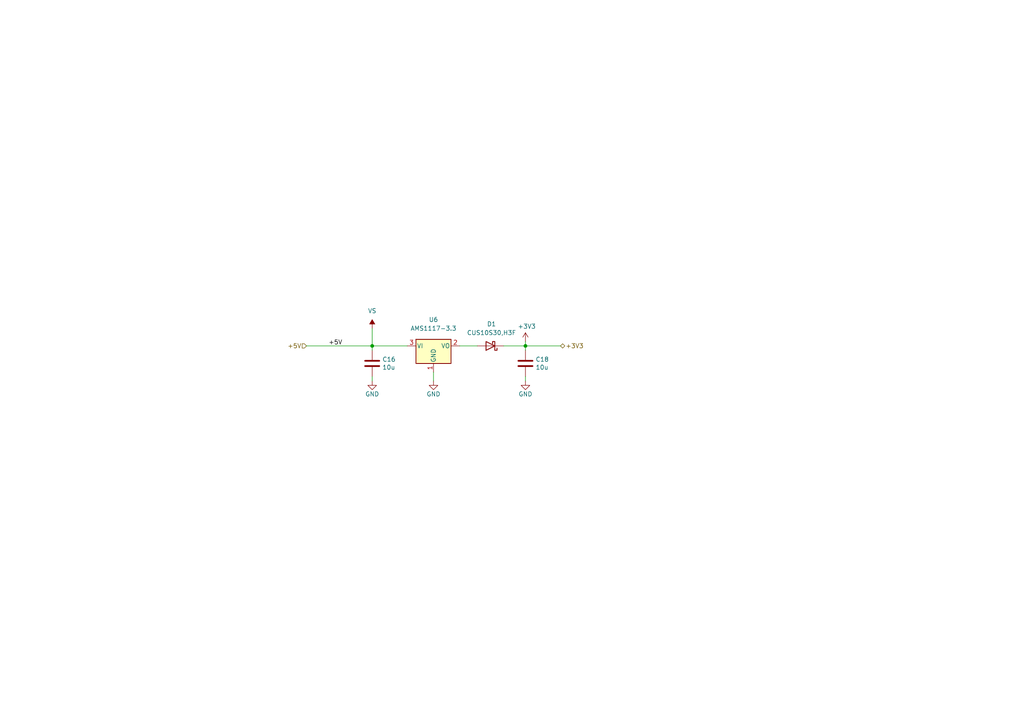
<source format=kicad_sch>
(kicad_sch (version 20211123) (generator eeschema)
  (paper "A4")
  (title_block (title "PHORAE") (rev "A"))
  (lib_symbols
    (symbol "Device:C" (pin_numbers hide) (pin_names (offset 0.254))
      (property "Reference" "C" (at 0.635 2.54 0))
      (property "Value" "C" (at 0.635 -2.54 0))
      (symbol "C_0_1"
        (polyline (pts (xy -2.032 -0.762) (xy 2.032 -0.762)) (stroke (width 0.508)))
        (polyline (pts (xy -2.032 0.762) (xy 2.032 0.762)) (stroke (width 0.508)))
      )
      (symbol "C_1_1"
        (pin passive line (at 0 3.81 270) (length 2.794) (name "~") (number "1"))
        (pin passive line (at 0 -3.81 90) (length 2.794) (name "~") (number "2"))
      )
    )
    (symbol "Diode:MBR0520" (pin_numbers hide) (pin_names (offset 1.016) hide)
      (property "Reference" "D" (at 0 2.54 0))
      (property "Value" "MBR0520" (at 0 -2.54 0))
      (symbol "MBR0520_0_1"
        (polyline (pts (xy 1.27 0) (xy -1.27 0)))
        (polyline (pts (xy 1.27 1.27) (xy 1.27 -1.27) (xy -1.27 0) (xy 1.27 1.27)) (stroke (width 0.254)))
        (polyline (pts (xy -1.905 0.635) (xy -1.905 1.27) (xy -1.27 1.27) (xy -1.27 -1.27) (xy -0.635 -1.27) (xy -0.635 -0.635)) (stroke (width 0.254)))
      )
      (symbol "MBR0520_1_1"
        (pin passive line (at -3.81 0 0) (length 2.54) (name "K") (number "1"))
        (pin passive line (at 3.81 0 180) (length 2.54) (name "A") (number "2"))
      )
    )
    (symbol "Regulator_Linear:AMS1117-3.3" (pin_names (offset 0.254))
      (property "Reference" "U" (at -3.81 3.175 0))
      (property "Value" "AMS1117-3.3" (at 0 3.175 0))
      (symbol "AMS1117-3.3_0_1"
        (rectangle (start -5.08 -5.08) (end 5.08 1.905) (stroke (width 0.254)) (fill (type background)))
      )
      (symbol "AMS1117-3.3_1_1"
        (pin power_in line (at 0 -7.62 90) (length 2.54) (name "GND") (number "1"))
        (pin power_out line (at 7.62 0 180) (length 2.54) (name "VO") (number "2"))
        (pin power_in line (at -7.62 0 0) (length 2.54) (name "VI") (number "3"))
      )
    )
    (symbol "power:+3V3" (power) (pin_names (offset 0))
      (property "Value" "+3V3" (at 0 3.556 0))
      (symbol "+3V3_0_1"
        (polyline (pts (xy -0.762 1.27) (xy 0 2.54)))
        (polyline (pts (xy 0 0) (xy 0 2.54)))
        (polyline (pts (xy 0 2.54) (xy 0.762 1.27)))
      )
      (symbol "+3V3_1_1"
        (pin power_in line (at 0 0 90) (length 0) hide (name "+3V3") (number "1"))
      )
    )
    (symbol "power:GND" (power) (pin_names (offset 0))
      (property "Value" "GND" (at 0 -3.81 0))
      (symbol "GND_0_1"
        (polyline (pts (xy 0 0) (xy 0 -1.27) (xy 1.27 -1.27) (xy 0 -2.54) (xy -1.27 -1.27) (xy 0 -1.27)))
      )
      (symbol "GND_1_1"
        (pin power_in line (at 0 0 270) (length 0) hide (name "GND") (number "1"))
      )
    )
    (symbol "power:VS" (power) (pin_names (offset 0))
      (property "Value" "VS" (at 0 3.81 0))
      (symbol "VS_0_1"
        (polyline (pts (xy 0 0) (xy 0 2.54)))
        (polyline (pts (xy 0.762 1.27) (xy -0.762 1.27) (xy 0 2.54) (xy 0.762 1.27)) (fill (type outline)))
      )
      (symbol "VS_1_1"
        (pin power_in line (at 0 0 90) (length 0) hide (name "VS") (number "1"))
      )
    )
  )
  (junction (at 152.4 100.33))
  (junction (at 107.95 100.33))
  (wire (pts (xy 152.4 99.06) (xy 152.4 100.33)))
  (wire (pts (xy 107.95 101.6) (xy 107.95 100.33)))
  (wire (pts (xy 88.9 100.33) (xy 107.95 100.33)))
  (wire (pts (xy 107.95 109.22) (xy 107.95 110.49)))
  (wire (pts (xy 152.4 109.22) (xy 152.4 110.49)))
  (wire (pts (xy 138.43 100.33) (xy 133.35 100.33)))
  (wire (pts (xy 152.4 100.33) (xy 152.4 101.6)))
  (wire (pts (xy 152.4 100.33) (xy 162.56 100.33)))
  (wire (pts (xy 107.95 95.25) (xy 107.95 100.33)))
  (wire (pts (xy 125.73 107.95) (xy 125.73 110.49)))
  (wire (pts (xy 107.95 100.33) (xy 118.11 100.33)))
  (wire (pts (xy 152.4 100.33) (xy 146.05 100.33)))
  (label "+5V" (at 95.25 100.33 0))
  (hierarchical_label "+3V3" (shape bidirectional) (at 162.56 100.33 0))
  (hierarchical_label "+5V" (shape input) (at 88.9 100.33 180))
  (symbol (lib_id "Diode:MBR0520") (at 142.24 100.33 180) (unit 1)
    (property "Reference" "D1" (at 142.5575 93.98 0))
    (property "Value" "CUS10S30,H3F" (at 142.5575 96.52 0))
    (property "Footprint" "Diode_SMD:D_SOD-323" (effects hide))
    (property "Datasheet" "http://www.mccsemi.com/up_pdf/MBR0520~MBR0580(SOD123).pdf" (effects hide))
    (property "MPN" "CUS10S30,H3F" (effects hide))
    (property "Manufacturer" "Toshiba Semiconductor and Storage" (effects hide))
    (property "Package" "SOD-323" (effects hide))
    (property "VARIANT" "NoVar" (effects hide))
  )
  (symbol (lib_id "power:+3V3") (at 152.4 99.06 0) (unit 1)
    (property "Reference" "#PWR028" (effects hide))
    (property "Value" "+3V3" (at 152.781 94.6658 0))
  )
  (symbol (lib_id "power:GND") (at 152.4 110.49 0) (unit 1)
    (property "Reference" "#PWR029" (effects hide))
    (property "Value" "GND" (at 152.4 114.3 0))
  )
  (symbol (lib_id "power:VS") (at 107.95 95.25 0) (unit 1)
    (property "Reference" "#PWR025" (effects hide))
    (property "Value" "VS" (at 107.95 90.17 0))
  )
  (symbol (lib_id "power:GND") (at 107.95 110.49 0) (unit 1)
    (property "Reference" "#PWR026" (effects hide))
    (property "Value" "GND" (at 107.95 114.3 0))
  )
  (symbol (lib_id "Regulator_Linear:AMS1117-3.3") (at 125.73 100.33 0) (unit 1)
    (property "Reference" "U6" (at 125.73 92.71 0))
    (property "Value" "AMS1117-3.3" (at 125.73 95.25 0))
    (property "Footprint" "PhobGCC_2_0_0_footprints:SOT-223-3_TabPin2" (effects hide))
    (property "Datasheet" "http://www.advanced-monolithic.com/pdf/ds1117.pdf" (effects hide))
    (property "MPN" "AMS1117-3.3" (effects hide))
    (property "Manufacturer" "UMW" (effects hide))
    (property "Package" "SOT-223-3" (effects hide))
    (property "VARIANT" "NoVar" (effects hide))
  )
  (symbol (lib_id "Device:C") (at 152.4 105.41 0) (unit 1)
    (property "Reference" "C18" (at 155.321 104.2416 0) (effects (justify left)))
    (property "Value" "10u" (at 155.321 106.553 0) (effects (justify left)))
    (property "Footprint" "PhobGCC_2_0_0_footprints:C_0805_2012Metric" (effects hide))
    (property "MPN" "GRM21BR71A106KA73K" (effects hide))
    (property "Manufacturer" "Murata Electronics" (effects hide))
    (property "Package" "0805" (effects hide))
    (property "VARIANT" "NoVar" (effects hide))
  )
  (symbol (lib_id "Device:C") (at 107.95 105.41 0) (unit 1)
    (property "Reference" "C16" (at 110.871 104.2416 0) (effects (justify left)))
    (property "Value" "10u" (at 110.871 106.553 0) (effects (justify left)))
    (property "Footprint" "PhobGCC_2_0_0_footprints:C_0805_2012Metric" (effects hide))
    (property "MPN" "GRM21BR71A106KA73K" (effects hide))
    (property "Manufacturer" "Murata Electronics" (effects hide))
    (property "Package" "0805" (effects hide))
    (property "VARIANT" "NoVar" (effects hide))
  )
  (symbol (lib_id "power:GND") (at 125.73 110.49 0) (unit 1)
    (property "Reference" "#PWR027" (effects hide))
    (property "Value" "GND" (at 125.73 114.3 0))
  )
)
</source>
